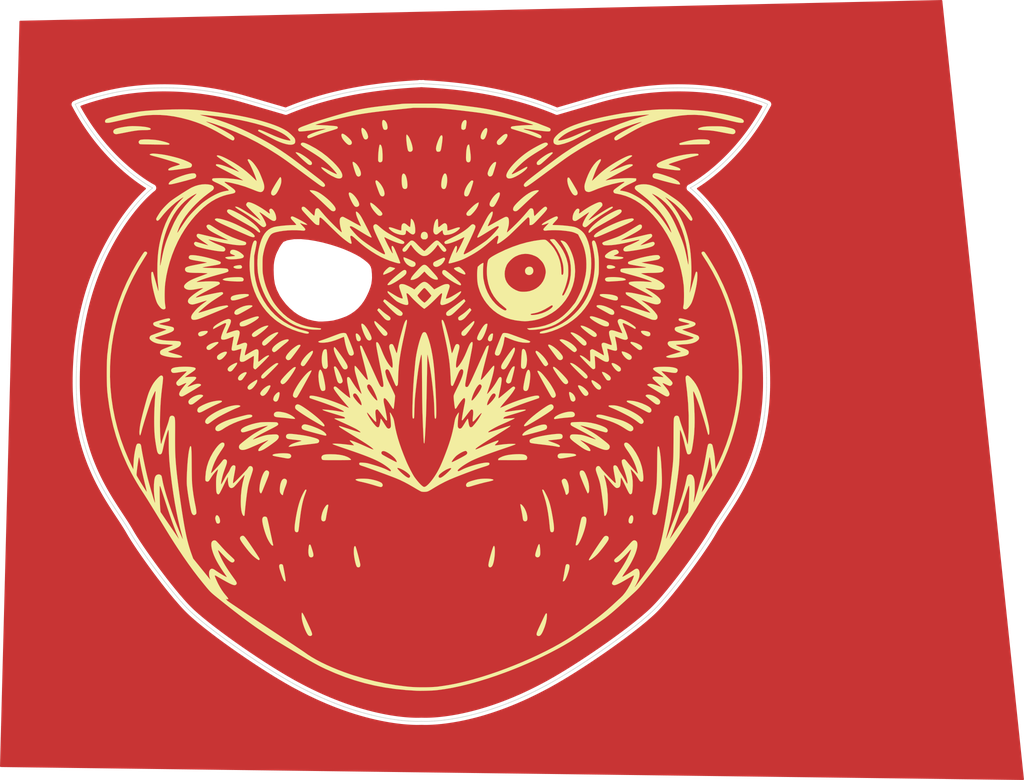
<source format=kicad_pcb>
(kicad_pcb (version 20171130) (host pcbnew "(5.0.2-5-10.14)")
  (layers (0 F.Cu signal) (31 B.Cu signal) (34 B.Paste user) (35 F.Paste user) (36 B.SilkS user) (37 F.SilkS user) (38 B.Mask user) (39 F.Mask user) (44 Edge.Cuts user))
  (net 0 "")
  (module LOGO (layer F.Cu) (at 155.32354 47.48784)
    (fp_text reference G*** hide)
    (fp_text value LOGO hide)
  )
  (module LOGO (layer F.Cu) (at 155.32354 47.48784)
    (fp_text reference G*** hide)
    (fp_text value LOGO hide)
  )
  (module LOGO (layer F.Cu) (at 155.32354 47.48784)
    (fp_text reference G*** hide)
    (fp_text value LOGO hide)
  )
  (gr_line (start 111.40652 45.10219) (end 111.40652 45.12919) (layer Edge.Cuts) (width 0.1))
  (gr_line (start 111.40652 45.12919) (end 111.21113 45.13819) (layer Edge.Cuts) (width 0.1))
  (gr_line (start 111.21113 45.13819) (end 110.46841 45.18029) (layer Edge.Cuts) (width 0.1))
  (gr_line (start 110.46841 45.18029) (end 109.73055 45.22779) (layer Edge.Cuts) (width 0.1))
  (gr_line (start 109.73055 45.22779) (end 108.99809 45.28119) (layer Edge.Cuts) (width 0.1))
  (gr_line (start 108.99809 45.28119) (end 108.27102 45.33999) (layer Edge.Cuts) (width 0.1))
  (gr_line (start 108.27102 45.33999) (end 107.54881 45.40479) (layer Edge.Cuts) (width 0.1))
  (gr_line (start 107.54881 45.40479) (end 106.832 45.47599) (layer Edge.Cuts) (width 0.1))
  (gr_line (start 106.832 45.47599) (end 106.12005 45.55269) (layer Edge.Cuts) (width 0.1))
  (gr_line (start 106.12005 45.55269) (end 105.41349 45.63579) (layer Edge.Cuts) (width 0.1))
  (gr_line (start 105.41349 45.63579) (end 104.71179 45.72539) (layer Edge.Cuts) (width 0.1))
  (gr_line (start 104.71179 45.72539) (end 104.01496 45.82089) (layer Edge.Cuts) (width 0.1))
  (gr_line (start 104.01496 45.82089) (end 103.32298 45.9229) (layer Edge.Cuts) (width 0.1))
  (gr_line (start 103.32298 45.9229) (end 102.63585 46.0314) (layer Edge.Cuts) (width 0.1))
  (gr_line (start 102.63585 46.0314) (end 101.95358 46.14637) (layer Edge.Cuts) (width 0.1))
  (gr_line (start 101.95358 46.14637) (end 101.27671 46.26835) (layer Edge.Cuts) (width 0.1))
  (gr_line (start 101.27671 46.26835) (end 100.60417 46.39682) (layer Edge.Cuts) (width 0.1))
  (gr_line (start 100.60417 46.39682) (end 99.93594 46.53176) (layer Edge.Cuts) (width 0.1))
  (gr_line (start 99.93594 46.53176) (end 99.2731 46.67426) (layer Edge.Cuts) (width 0.1))
  (gr_line (start 99.2731 46.67426) (end 98.61459 46.82378) (layer Edge.Cuts) (width 0.1))
  (gr_line (start 98.61459 46.82378) (end 97.96093 46.97977) (layer Edge.Cuts) (width 0.1))
  (gr_line (start 97.96093 46.97977) (end 97.31159 47.14332) (layer Edge.Cuts) (width 0.1))
  (gr_line (start 97.31159 47.14332) (end 96.66657 47.31443) (layer Edge.Cuts) (width 0.1))
  (gr_line (start 96.66657 47.31443) (end 96.0264 47.49255) (layer Edge.Cuts) (width 0.1))
  (gr_line (start 96.0264 47.49255) (end 95.39056 47.67823) (layer Edge.Cuts) (width 0.1))
  (gr_line (start 95.39056 47.67823) (end 94.75957 47.87146) (layer Edge.Cuts) (width 0.1))
  (gr_line (start 94.75957 47.87146) (end 94.13236 48.07225) (layer Edge.Cuts) (width 0.1))
  (gr_line (start 94.13236 48.07225) (end 93.51001 48.28061) (layer Edge.Cuts) (width 0.1))
  (gr_line (start 93.51001 48.28061) (end 92.89143 48.49705) (layer Edge.Cuts) (width 0.1))
  (gr_line (start 92.89143 48.49705) (end 92.27718 48.7216) (layer Edge.Cuts) (width 0.1))
  (gr_line (start 92.27718 48.7216) (end 91.66778 48.9537) (layer Edge.Cuts) (width 0.1))
  (gr_line (start 91.66778 48.9537) (end 91.06216 49.19389) (layer Edge.Cuts) (width 0.1))
  (gr_line (start 91.06216 49.19389) (end 90.46033 49.44219) (layer Edge.Cuts) (width 0.1))
  (gr_line (start 90.46033 49.44219) (end 83.94965 47.54328) (layer Edge.Cuts) (width 0.1))
  (gr_line (start 83.94965 47.54328) (end 83.34025 47.3711) (layer Edge.Cuts) (width 0.1))
  (gr_line (start 83.34025 47.3711) (end 82.72816 47.20809) (layer Edge.Cuts) (width 0.1))
  (gr_line (start 82.72816 47.20809) (end 82.11444 47.05426) (layer Edge.Cuts) (width 0.1))
  (gr_line (start 82.11444 47.05426) (end 81.49911 46.90906) (layer Edge.Cuts) (width 0.1))
  (gr_line (start 81.49911 46.90906) (end 80.88162 46.77304) (layer Edge.Cuts) (width 0.1))
  (gr_line (start 80.88162 46.77304) (end 80.26358 46.64565) (layer Edge.Cuts) (width 0.1))
  (gr_line (start 80.26358 46.64565) (end 79.64447 46.52744) (layer Edge.Cuts) (width 0.1))
  (gr_line (start 79.64447 46.52744) (end 79.02428 46.41787) (layer Edge.Cuts) (width 0.1))
  (gr_line (start 79.02428 46.41787) (end 78.40409 46.31748) (layer Edge.Cuts) (width 0.1))
  (gr_line (start 78.40409 46.31748) (end 77.7839 46.22518) (layer Edge.Cuts) (width 0.1))
  (gr_line (start 77.7839 46.22518) (end 77.1637 46.14208) (layer Edge.Cuts) (width 0.1))
  (gr_line (start 77.1637 46.14208) (end 76.54405 46.06708) (layer Edge.Cuts) (width 0.1))
  (gr_line (start 76.54405 46.06708) (end 75.92493 46.00118) (layer Edge.Cuts) (width 0.1))
  (gr_line (start 75.92493 46.00118) (end 75.3069 45.94348) (layer Edge.Cuts) (width 0.1))
  (gr_line (start 75.3069 45.94348) (end 74.68995 45.89488) (layer Edge.Cuts) (width 0.1))
  (gr_line (start 74.68995 45.89488) (end 74.07461 45.85388) (layer Edge.Cuts) (width 0.1))
  (gr_line (start 74.07461 45.85388) (end 73.4609 45.82208) (layer Edge.Cuts) (width 0.1))
  (gr_line (start 73.4609 45.82208) (end 72.84934 45.79828) (layer Edge.Cuts) (width 0.1))
  (gr_line (start 72.84934 45.79828) (end 72.24049 45.78318) (layer Edge.Cuts) (width 0.1))
  (gr_line (start 72.24049 45.78318) (end 71.63379 45.77518) (layer Edge.Cuts) (width 0.1))
  (gr_line (start 71.63379 45.77518) (end 71.02979 45.77613) (layer Edge.Cuts) (width 0.1))
  (gr_line (start 71.02979 45.77613) (end 70.42957 45.78613) (layer Edge.Cuts) (width 0.1))
  (gr_line (start 70.42957 45.78613) (end 69.83205 45.80333) (layer Edge.Cuts) (width 0.1))
  (gr_line (start 69.83205 45.80333) (end 69.23884 45.82923) (layer Edge.Cuts) (width 0.1))
  (gr_line (start 69.23884 45.82923) (end 68.64887 45.86323) (layer Edge.Cuts) (width 0.1))
  (gr_line (start 68.64887 45.86323) (end 68.06377 45.90473) (layer Edge.Cuts) (width 0.1))
  (gr_line (start 68.06377 45.90473) (end 67.48298 45.95443) (layer Edge.Cuts) (width 0.1))
  (gr_line (start 67.48298 45.95443) (end 66.90651 46.01213) (layer Edge.Cuts) (width 0.1))
  (gr_line (start 66.90651 46.01213) (end 66.33543 46.07803) (layer Edge.Cuts) (width 0.1))
  (gr_line (start 66.33543 46.07803) (end 65.76975 46.15143) (layer Edge.Cuts) (width 0.1))
  (gr_line (start 65.76975 46.15143) (end 65.20948 46.23293) (layer Edge.Cuts) (width 0.1))
  (gr_line (start 65.20948 46.23293) (end 64.65514 46.32203) (layer Edge.Cuts) (width 0.1))
  (gr_line (start 64.65514 46.32203) (end 63.94103 46.45427) (layer Edge.Cuts) (width 0.1))
  (gr_line (start 63.94103 46.45427) (end 63.25012 46.59569) (layer Edge.Cuts) (width 0.1))
  (gr_line (start 63.25012 46.59569) (end 62.58513 46.74413) (layer Edge.Cuts) (width 0.1))
  (gr_line (start 62.58513 46.74413) (end 61.94875 46.89742) (layer Edge.Cuts) (width 0.1))
  (gr_line (start 61.94875 46.89742) (end 61.34313 47.05341) (layer Edge.Cuts) (width 0.1))
  (gr_line (start 61.34313 47.05341) (end 60.77097 47.21049) (layer Edge.Cuts) (width 0.1))
  (gr_line (start 60.77097 47.21049) (end 60.23499 47.3654) (layer Edge.Cuts) (width 0.1))
  (gr_line (start 60.23499 47.3654) (end 59.7384 47.51762) (layer Edge.Cuts) (width 0.1))
  (gr_line (start 59.7384 47.51762) (end 59.2823 47.66389) (layer Edge.Cuts) (width 0.1))
  (gr_line (start 59.2823 47.66389) (end 58.87046 47.80261) (layer Edge.Cuts) (width 0.1))
  (gr_line (start 58.87046 47.80261) (end 58.50503 47.93108) (layer Edge.Cuts) (width 0.1))
  (gr_line (start 58.50503 47.93108) (end 58.18873 48.0482) (layer Edge.Cuts) (width 0.1))
  (gr_line (start 58.18873 48.0482) (end 57.92424 48.1513) (layer Edge.Cuts) (width 0.1))
  (gr_line (start 57.92424 48.1513) (end 57.71373 48.2387) (layer Edge.Cuts) (width 0.1))
  (gr_line (start 57.71373 48.2387) (end 57.56044 48.3078) (layer Edge.Cuts) (width 0.1))
  (gr_line (start 57.56044 48.3078) (end 57.46594 48.3569) (layer Edge.Cuts) (width 0.1))
  (gr_line (start 57.46594 48.3569) (end 57.69966 48.79411) (layer Edge.Cuts) (width 0.1))
  (gr_line (start 57.69966 48.79411) (end 57.93661 49.22376) (layer Edge.Cuts) (width 0.1))
  (gr_line (start 57.93661 49.22376) (end 58.17627 49.64479) (layer Edge.Cuts) (width 0.1))
  (gr_line (start 58.17627 49.64479) (end 58.41863 50.05717) (layer Edge.Cuts) (width 0.1))
  (gr_line (start 58.41863 50.05717) (end 58.66314 50.46145) (layer Edge.Cuts) (width 0.1))
  (gr_line (start 58.66314 50.46145) (end 58.90981 50.85764) (layer Edge.Cuts) (width 0.1))
  (gr_line (start 58.90981 50.85764) (end 59.15864 51.24573) (layer Edge.Cuts) (width 0.1))
  (gr_line (start 59.15864 51.24573) (end 59.4091 51.62573) (layer Edge.Cuts) (width 0.1))
  (gr_line (start 59.4091 51.62573) (end 59.66117 51.99763) (layer Edge.Cuts) (width 0.1))
  (gr_line (start 59.66117 51.99763) (end 59.91486 52.36143) (layer Edge.Cuts) (width 0.1))
  (gr_line (start 59.91486 52.36143) (end 60.42494 53.06529) (layer Edge.Cuts) (width 0.1))
  (gr_line (start 60.42494 53.06529) (end 60.93772 53.73784) (layer Edge.Cuts) (width 0.1))
  (gr_line (start 60.93772 53.73784) (end 61.45158 54.37908) (layer Edge.Cuts) (width 0.1))
  (gr_line (start 61.45158 54.37908) (end 61.96489 54.98956) (layer Edge.Cuts) (width 0.1))
  (gr_line (start 61.96489 54.98956) (end 62.47552 55.56981) (layer Edge.Cuts) (width 0.1))
  (gr_line (start 62.47552 55.56981) (end 62.98236 56.11983) (layer Edge.Cuts) (width 0.1))
  (gr_line (start 62.98236 56.11983) (end 63.48272 56.6407) (layer Edge.Cuts) (width 0.1))
  (gr_line (start 63.48272 56.6407) (end 63.97607 57.13243) (layer Edge.Cuts) (width 0.1))
  (gr_line (start 63.97607 57.13243) (end 64.4597 57.59556) (layer Edge.Cuts) (width 0.1))
  (gr_line (start 64.4597 57.59556) (end 64.93254 58.03007) (layer Edge.Cuts) (width 0.1))
  (gr_line (start 64.93254 58.03007) (end 65.39242 58.43651) (layer Edge.Cuts) (width 0.1))
  (gr_line (start 65.39242 58.43651) (end 65.83827 58.81543) (layer Edge.Cuts) (width 0.1))
  (gr_line (start 65.83827 58.81543) (end 66.26738 59.16682) (layer Edge.Cuts) (width 0.1))
  (gr_line (start 66.26738 59.16682) (end 66.67869 59.49175) (layer Edge.Cuts) (width 0.1))
  (gr_line (start 66.67869 59.49175) (end 67.07002 59.79025) (layer Edge.Cuts) (width 0.1))
  (gr_line (start 67.07002 59.79025) (end 67.44029 60.06229) (layer Edge.Cuts) (width 0.1))
  (gr_line (start 67.44029 60.06229) (end 67.78736 60.30896) (layer Edge.Cuts) (width 0.1))
  (gr_line (start 67.78736 60.30896) (end 68.10961 60.53027) (layer Edge.Cuts) (width 0.1))
  (gr_line (start 68.10961 60.53027) (end 68.4054 60.7262) (layer Edge.Cuts) (width 0.1))
  (gr_line (start 68.4054 60.7262) (end 68.91008 61.04575) (layer Edge.Cuts) (width 0.1))
  (gr_line (start 68.91008 61.04575) (end 69.28738 61.27029) (layer Edge.Cuts) (width 0.1))
  (gr_line (start 69.28738 61.27029) (end 69.5238 61.40253) (layer Edge.Cuts) (width 0.1))
  (gr_line (start 69.5238 61.40253) (end 69.6058 61.44573) (layer Edge.Cuts) (width 0.1))
  (gr_line (start 69.6058 61.44573) (end 69.44009 61.57582) (layer Edge.Cuts) (width 0.1))
  (gr_line (start 69.44009 61.57582) (end 69.24146 61.74207) (layer Edge.Cuts) (width 0.1))
  (gr_line (start 69.24146 61.74207) (end 68.9732 61.97794) (layer Edge.Cuts) (width 0.1))
  (gr_line (start 68.9732 61.97794) (end 68.6407 62.28615) (layer Edge.Cuts) (width 0.1))
  (gr_line (start 68.6407 62.28615) (end 68.24937 62.66885) (layer Edge.Cuts) (width 0.1))
  (gr_line (start 68.24937 62.66885) (end 67.80514 63.12873) (layer Edge.Cuts) (width 0.1))
  (gr_line (start 67.80514 63.12873) (end 67.31395 63.66687) (layer Edge.Cuts) (width 0.1))
  (gr_line (start 67.31395 63.66687) (end 67.05216 63.96644) (layer Edge.Cuts) (width 0.1))
  (gr_line (start 67.05216 63.96644) (end 66.78066 64.28652) (layer Edge.Cuts) (width 0.1))
  (gr_line (start 66.78066 64.28652) (end 66.49998 64.62712) (layer Edge.Cuts) (width 0.1))
  (gr_line (start 66.49998 64.62712) (end 66.21121 64.9893) (layer Edge.Cuts) (width 0.1))
  (gr_line (start 66.21121 64.9893) (end 65.91487 65.37254) (layer Edge.Cuts) (width 0.1))
  (gr_line (start 65.91487 65.37254) (end 65.61152 65.77737) (layer Edge.Cuts) (width 0.1))
  (gr_line (start 65.61152 65.77737) (end 65.3017 66.20432) (layer Edge.Cuts) (width 0.1))
  (gr_line (start 65.3017 66.20432) (end 64.98648 66.6534) (layer Edge.Cuts) (width 0.1))
  (gr_line (start 64.98648 66.6534) (end 64.66639 67.12462) (layer Edge.Cuts) (width 0.1))
  (gr_line (start 64.66639 67.12462) (end 64.34199 67.61905) (layer Edge.Cuts) (width 0.1))
  (gr_line (start 64.34199 67.61905) (end 64.01435 68.13615) (layer Edge.Cuts) (width 0.1))
  (gr_line (start 64.01435 68.13615) (end 63.68401 68.67646) (layer Edge.Cuts) (width 0.1))
  (gr_line (start 63.68401 68.67646) (end 63.35152 69.24051) (layer Edge.Cuts) (width 0.1))
  (gr_line (start 63.35152 69.24051) (end 63.01794 69.82831) (layer Edge.Cuts) (width 0.1))
  (gr_line (start 63.01794 69.82831) (end 62.68329 70.43987) (layer Edge.Cuts) (width 0.1))
  (gr_line (start 62.68329 70.43987) (end 62.34917 71.07626) (layer Edge.Cuts) (width 0.1))
  (gr_line (start 62.34917 71.07626) (end 62.13272 71.50321) (layer Edge.Cuts) (width 0.1))
  (gr_line (start 62.13272 71.50321) (end 61.91574 71.94582) (layer Edge.Cuts) (width 0.1))
  (gr_line (start 61.91574 71.94582) (end 61.69875 72.40301) (layer Edge.Cuts) (width 0.1))
  (gr_line (start 61.69875 72.40301) (end 61.48285 72.8753) (layer Edge.Cuts) (width 0.1))
  (gr_line (start 61.48285 72.8753) (end 61.26748 73.36217) (layer Edge.Cuts) (width 0.1))
  (gr_line (start 61.26748 73.36217) (end 61.05427 73.86416) (layer Edge.Cuts) (width 0.1))
  (gr_line (start 61.05427 73.86416) (end 60.84268 74.38125) (layer Edge.Cuts) (width 0.1))
  (gr_line (start 60.84268 74.38125) (end 60.63379 74.91292) (layer Edge.Cuts) (width 0.1))
  (gr_line (start 60.63379 74.91292) (end 60.4276 75.45916) (layer Edge.Cuts) (width 0.1))
  (gr_line (start 60.4276 75.45916) (end 60.22519 76.02052) (layer Edge.Cuts) (width 0.1))
  (gr_line (start 60.22519 76.02052) (end 60.02656 76.59645) (layer Edge.Cuts) (width 0.1))
  (gr_line (start 60.02656 76.59645) (end 59.83278 77.1875) (layer Edge.Cuts) (width 0.1))
  (gr_line (start 59.83278 77.1875) (end 59.64386 77.79258) (layer Edge.Cuts) (width 0.1))
  (gr_line (start 59.64386 77.79258) (end 59.4598 78.41277) (layer Edge.Cuts) (width 0.1))
  (gr_line (start 59.4598 78.41277) (end 59.28222 79.04754) (layer Edge.Cuts) (width 0.1))
  (gr_line (start 59.28222 79.04754) (end 59.11111 79.69634) (layer Edge.Cuts) (width 0.1))
  (gr_line (start 59.11111 79.69634) (end 58.94648 80.36025) (layer Edge.Cuts) (width 0.1))
  (gr_line (start 58.94648 80.36025) (end 58.78941 81.0382) (layer Edge.Cuts) (width 0.1))
  (gr_line (start 58.78941 81.0382) (end 58.64043 81.73072) (layer Edge.Cuts) (width 0.1))
  (gr_line (start 58.64043 81.73072) (end 58.49955 82.43782) (layer Edge.Cuts) (width 0.1))
  (gr_line (start 58.49955 82.43782) (end 58.36731 83.15894) (layer Edge.Cuts) (width 0.1))
  (gr_line (start 58.36731 83.15894) (end 58.24478 83.89465) (layer Edge.Cuts) (width 0.1))
  (gr_line (start 58.24478 83.89465) (end 58.13197 84.64493) (layer Edge.Cuts) (width 0.1))
  (gr_line (start 58.13197 84.64493) (end 58.02942 85.40923) (layer Edge.Cuts) (width 0.1))
  (gr_line (start 58.02942 85.40923) (end 57.93712 86.18758) (layer Edge.Cuts) (width 0.1))
  (gr_line (start 57.93712 86.18758) (end 57.85672 86.97995) (layer Edge.Cuts) (width 0.1))
  (gr_line (start 57.85672 86.97995) (end 57.78762 87.78691) (layer Edge.Cuts) (width 0.1))
  (gr_line (start 57.78762 87.78691) (end 57.73092 88.60789) (layer Edge.Cuts) (width 0.1))
  (gr_line (start 57.73092 88.60789) (end 57.68672 89.44291) (layer Edge.Cuts) (width 0.1))
  (gr_line (start 57.68672 89.44291) (end 57.65592 90.29251) (layer Edge.Cuts) (width 0.1))
  (gr_line (start 57.65592 90.29251) (end 57.63872 91.1556) (layer Edge.Cuts) (width 0.1))
  (gr_line (start 57.63872 91.1556) (end 57.63572 92.03272) (layer Edge.Cuts) (width 0.1))
  (gr_line (start 57.63572 92.03272) (end 57.64272 92.62646) (layer Edge.Cuts) (width 0.1))
  (gr_line (start 57.64272 92.62646) (end 57.65782 93.21049) (layer Edge.Cuts) (width 0.1))
  (gr_line (start 57.65782 93.21049) (end 57.68162 93.78534) (layer Edge.Cuts) (width 0.1))
  (gr_line (start 57.68162 93.78534) (end 57.71292 94.35048) (layer Edge.Cuts) (width 0.1))
  (gr_line (start 57.71292 94.35048) (end 57.75182 94.90644) (layer Edge.Cuts) (width 0.1))
  (gr_line (start 57.75182 94.90644) (end 57.79822 95.45322) (layer Edge.Cuts) (width 0.1))
  (gr_line (start 57.79822 95.45322) (end 57.85222 95.99083) (layer Edge.Cuts) (width 0.1))
  (gr_line (start 57.85222 95.99083) (end 57.91322 96.5198) (layer Edge.Cuts) (width 0.1))
  (gr_line (start 57.91322 96.5198) (end 57.98072 97.04014) (layer Edge.Cuts) (width 0.1))
  (gr_line (start 57.98072 97.04014) (end 58.05522 97.5513) (layer Edge.Cuts) (width 0.1))
  (gr_line (start 58.05522 97.5513) (end 58.13562 98.05382) (layer Edge.Cuts) (width 0.1))
  (gr_line (start 58.13562 98.05382) (end 58.22252 98.54825) (layer Edge.Cuts) (width 0.1))
  (gr_line (start 58.22252 98.54825) (end 58.31592 99.03404) (layer Edge.Cuts) (width 0.1))
  (gr_line (start 58.31592 99.03404) (end 58.41412 99.51173) (layer Edge.Cuts) (width 0.1))
  (gr_line (start 58.41412 99.51173) (end 58.51884 99.98079) (layer Edge.Cuts) (width 0.1))
  (gr_line (start 58.51884 99.98079) (end 58.62841 100.44229) (layer Edge.Cuts) (width 0.1))
  (gr_line (start 58.62841 100.44229) (end 58.74284 100.89569) (layer Edge.Cuts) (width 0.1))
  (gr_line (start 58.74284 100.89569) (end 58.86267 101.34154) (layer Edge.Cuts) (width 0.1))
  (gr_line (start 58.86267 101.34154) (end 58.98735 101.7793) (layer Edge.Cuts) (width 0.1))
  (gr_line (start 58.98735 101.7793) (end 59.11636 102.20949) (layer Edge.Cuts) (width 0.1))
  (gr_line (start 59.11636 102.20949) (end 59.24914 102.63212) (layer Edge.Cuts) (width 0.1))
  (gr_line (start 59.24914 102.63212) (end 59.38679 103.04775) (layer Edge.Cuts) (width 0.1))
  (gr_line (start 59.38679 103.04775) (end 59.52766 103.45581) (layer Edge.Cuts) (width 0.1))
  (gr_line (start 59.52766 103.45581) (end 59.67286 103.85685) (layer Edge.Cuts) (width 0.1))
  (gr_line (start 59.67286 103.85685) (end 59.82129 104.25089) (layer Edge.Cuts) (width 0.1))
  (gr_line (start 59.82129 104.25089) (end 59.97243 104.63736) (layer Edge.Cuts) (width 0.1))
  (gr_line (start 59.97243 104.63736) (end 60.28496 105.39142) (layer Edge.Cuts) (width 0.1))
  (gr_line (start 60.28496 105.39142) (end 60.6072 106.11848) (layer Edge.Cuts) (width 0.1))
  (gr_line (start 60.6072 106.11848) (end 60.93861 106.81964) (layer Edge.Cuts) (width 0.1))
  (gr_line (start 60.93861 106.81964) (end 61.27651 107.49651) (layer Edge.Cuts) (width 0.1))
  (gr_line (start 61.27651 107.49651) (end 61.62034 108.15016) (layer Edge.Cuts) (width 0.1))
  (gr_line (start 61.62034 108.15016) (end 61.96741 108.78007) (layer Edge.Cuts) (width 0.1))
  (gr_line (start 61.96741 108.78007) (end 62.31664 109.38839) (layer Edge.Cuts) (width 0.1))
  (gr_line (start 62.31664 109.38839) (end 62.66641 109.97565) (layer Edge.Cuts) (width 0.1))
  (gr_line (start 62.66641 109.97565) (end 63.01456 110.54241) (layer Edge.Cuts) (width 0.1))
  (gr_line (start 63.01456 110.54241) (end 63.35947 111.09027) (layer Edge.Cuts) (width 0.1))
  (gr_line (start 63.35947 111.09027) (end 63.69952 111.61924) (layer Edge.Cuts) (width 0.1))
  (gr_line (start 63.69952 111.61924) (end 64.35858 112.62591) (layer Edge.Cuts) (width 0.1))
  (gr_line (start 64.35858 112.62591) (end 64.97823 113.56888) (layer Edge.Cuts) (width 0.1))
  (gr_line (start 64.97823 113.56888) (end 65.26916 114.01905) (layer Edge.Cuts) (width 0.1))
  (gr_line (start 65.26916 114.01905) (end 65.54499 114.45626) (layer Edge.Cuts) (width 0.1))
  (gr_line (start 65.54499 114.45626) (end 65.80461 114.88106) (layer Edge.Cuts) (width 0.1))
  (gr_line (start 65.80461 114.88106) (end 66.04535 115.29452) (layer Edge.Cuts) (width 0.1))
  (gr_line (start 66.04535 115.29452) (end 66.35086 115.81324) (layer Edge.Cuts) (width 0.1))
  (gr_line (start 66.35086 115.81324) (end 66.72978 116.41994) (layer Edge.Cuts) (width 0.1))
  (gr_line (start 66.72978 116.41994) (end 67.174 117.10274) (layer Edge.Cuts) (width 0.1))
  (gr_line (start 67.174 117.10274) (end 67.67491 117.84978) (layer Edge.Cuts) (width 0.1))
  (gr_line (start 67.67491 117.84978) (end 68.22493 118.64864) (layer Edge.Cuts) (width 0.1))
  (gr_line (start 68.22493 118.64864) (end 68.81597 119.48743) (layer Edge.Cuts) (width 0.1))
  (gr_line (start 68.81597 119.48743) (end 69.43941 120.35484) (layer Edge.Cuts) (width 0.1))
  (gr_line (start 69.43941 120.35484) (end 70.08821 121.23735) (layer Edge.Cuts) (width 0.1))
  (gr_line (start 70.08821 121.23735) (end 70.7532 122.12419) (layer Edge.Cuts) (width 0.1))
  (gr_line (start 70.7532 122.12419) (end 71.42683 123.00347) (layer Edge.Cuts) (width 0.1))
  (gr_line (start 71.42683 123.00347) (end 72.10154 123.86225) (layer Edge.Cuts) (width 0.1))
  (gr_line (start 72.10154 123.86225) (end 72.76869 124.68863) (layer Edge.Cuts) (width 0.1))
  (gr_line (start 72.76869 124.68863) (end 73.42019 125.47129) (layer Edge.Cuts) (width 0.1))
  (gr_line (start 73.42019 125.47129) (end 74.04794 126.19782) (layer Edge.Cuts) (width 0.1))
  (gr_line (start 74.04794 126.19782) (end 74.35075 126.53625) (layer Edge.Cuts) (width 0.1))
  (gr_line (start 74.35075 126.53625) (end 74.64438 126.85633) (layer Edge.Cuts) (width 0.1))
  (gr_line (start 74.64438 126.85633) (end 74.9283 127.1559) (layer Edge.Cuts) (width 0.1))
  (gr_line (start 74.9283 127.1559) (end 75.20088 127.43442) (layer Edge.Cuts) (width 0.1))
  (gr_line (start 75.20088 127.43442) (end 75.48264 127.70917) (layer Edge.Cuts) (width 0.1))
  (gr_line (start 75.48264 127.70917) (end 75.79192 127.99848) (layer Edge.Cuts) (width 0.1))
  (gr_line (start 75.79192 127.99848) (end 76.1282 128.30183) (layer Edge.Cuts) (width 0.1))
  (gr_line (start 76.1282 128.30183) (end 76.4893 128.61759) (layer Edge.Cuts) (width 0.1))
  (gr_line (start 76.4893 128.61759) (end 76.87469 128.94523) (layer Edge.Cuts) (width 0.1))
  (gr_line (start 76.87469 128.94523) (end 77.28168 129.28367) (layer Edge.Cuts) (width 0.1))
  (gr_line (start 77.28168 129.28367) (end 78.15773 129.98968) (layer Edge.Cuts) (width 0.1))
  (gr_line (start 78.15773 129.98968) (end 79.10556 130.72646) (layer Edge.Cuts) (width 0.1))
  (gr_line (start 79.10556 130.72646) (end 80.11384 131.48753) (layer Edge.Cuts) (width 0.1))
  (gr_line (start 80.11384 131.48753) (end 81.17125 132.2648) (layer Edge.Cuts) (width 0.1))
  (gr_line (start 81.17125 132.2648) (end 82.26643 133.04962) (layer Edge.Cuts) (width 0.1))
  (gr_line (start 82.26643 133.04962) (end 83.38753 133.83552) (layer Edge.Cuts) (width 0.1))
  (gr_line (start 83.38753 133.83552) (end 84.52319 134.61387) (layer Edge.Cuts) (width 0.1))
  (gr_line (start 84.52319 134.61387) (end 85.66211 135.37656) (layer Edge.Cuts) (width 0.1))
  (gr_line (start 85.66211 135.37656) (end 86.79292 136.11712) (layer Edge.Cuts) (width 0.1))
  (gr_line (start 86.79292 136.11712) (end 87.90376 136.82637) (layer Edge.Cuts) (width 0.1))
  (gr_line (start 87.90376 136.82637) (end 88.9833 137.4973) (layer Edge.Cuts) (width 0.1))
  (gr_line (start 88.9833 137.4973) (end 90.02019 138.12181) (layer Edge.Cuts) (width 0.1))
  (gr_line (start 90.02019 138.12181) (end 91.0031 138.69234) (layer Edge.Cuts) (width 0.1))
  (gr_line (start 91.0031 138.69234) (end 91.58173 139.01729) (layer Edge.Cuts) (width 0.1))
  (gr_line (start 91.58173 139.01729) (end 92.15497 139.33089) (layer Edge.Cuts) (width 0.1))
  (gr_line (start 92.15497 139.33089) (end 92.72226 139.63316) (layer Edge.Cuts) (width 0.1))
  (gr_line (start 92.72226 139.63316) (end 93.28362 139.92517) (layer Edge.Cuts) (width 0.1))
  (gr_line (start 93.28362 139.92517) (end 93.8385 140.20585) (layer Edge.Cuts) (width 0.1))
  (gr_line (start 93.8385 140.20585) (end 94.38744 140.47574) (layer Edge.Cuts) (width 0.1))
  (gr_line (start 94.38744 140.47574) (end 94.93045 140.73591) (layer Edge.Cuts) (width 0.1))
  (gr_line (start 94.93045 140.73591) (end 95.46644 140.98582) (layer Edge.Cuts) (width 0.1))
  (gr_line (start 95.46644 140.98582) (end 95.99649 141.22547) (layer Edge.Cuts) (width 0.1))
  (gr_line (start 95.99649 141.22547) (end 96.51952 141.45541) (layer Edge.Cuts) (width 0.1))
  (gr_line (start 96.51952 141.45541) (end 97.03608 141.67618) (layer Edge.Cuts) (width 0.1))
  (gr_line (start 97.03608 141.67618) (end 97.54562 141.88723) (layer Edge.Cuts) (width 0.1))
  (gr_line (start 97.54562 141.88723) (end 98.04815 142.08964) (layer Edge.Cuts) (width 0.1))
  (gr_line (start 98.04815 142.08964) (end 98.54365 142.28287) (layer Edge.Cuts) (width 0.1))
  (gr_line (start 98.54365 142.28287) (end 99.03214 142.46694) (layer Edge.Cuts) (width 0.1))
  (gr_line (start 99.03214 142.46694) (end 99.51307 142.6429) (layer Edge.Cuts) (width 0.1))
  (gr_line (start 99.51307 142.6429) (end 100.45335 142.97) (layer Edge.Cuts) (width 0.1))
  (gr_line (start 100.45335 142.97) (end 101.36285 143.26526) (layer Edge.Cuts) (width 0.1))
  (gr_line (start 101.36285 143.26526) (end 102.24106 143.52974) (layer Edge.Cuts) (width 0.1))
  (gr_line (start 102.24106 143.52974) (end 103.08741 143.76616) (layer Edge.Cuts) (width 0.1))
  (gr_line (start 103.08741 143.76616) (end 103.90084 143.97559) (layer Edge.Cuts) (width 0.1))
  (gr_line (start 103.90084 143.97559) (end 104.6808 144.15965) (layer Edge.Cuts) (width 0.1))
  (gr_line (start 104.6808 144.15965) (end 105.42568 144.31942) (layer Edge.Cuts) (width 0.1))
  (gr_line (start 105.42568 144.31942) (end 106.13494 144.45706) (layer Edge.Cuts) (width 0.1))
  (gr_line (start 106.13494 144.45706) (end 106.80803 144.57419) (layer Edge.Cuts) (width 0.1))
  (gr_line (start 106.80803 144.57419) (end 107.44441 144.67239) (layer Edge.Cuts) (width 0.1))
  (gr_line (start 107.44441 144.67239) (end 108.04193 144.75279) (layer Edge.Cuts) (width 0.1))
  (gr_line (start 108.04193 144.75279) (end 108.60113 144.81759) (layer Edge.Cuts) (width 0.1))
  (gr_line (start 108.60113 144.81759) (end 109.11984 144.86779) (layer Edge.Cuts) (width 0.1))
  (gr_line (start 109.11984 144.86779) (end 109.59862 144.90559) (layer Edge.Cuts) (width 0.1))
  (gr_line (start 109.59862 144.90559) (end 110.03529 144.93209) (layer Edge.Cuts) (width 0.1))
  (gr_line (start 110.03529 144.93209) (end 110.42986 144.94889) (layer Edge.Cuts) (width 0.1))
  (gr_line (start 110.42986 144.94889) (end 110.78125 144.95789) (layer Edge.Cuts) (width 0.1))
  (gr_line (start 110.78125 144.95789) (end 111.08892 144.96089) (layer Edge.Cuts) (width 0.1))
  (gr_line (start 111.08892 144.96089) (end 111.56769 144.95289) (layer Edge.Cuts) (width 0.1))
  (gr_line (start 111.56769 144.95289) (end 111.68266 144.94789) (layer Edge.Cuts) (width 0.1))
  (gr_line (start 111.68266 144.94789) (end 111.79763 144.95289) (layer Edge.Cuts) (width 0.1))
  (gr_line (start 111.79763 144.95289) (end 112.27694 144.96089) (layer Edge.Cuts) (width 0.1))
  (gr_line (start 112.27694 144.96089) (end 112.58407 144.95789) (layer Edge.Cuts) (width 0.1))
  (gr_line (start 112.58407 144.95789) (end 112.93546 144.94889) (layer Edge.Cuts) (width 0.1))
  (gr_line (start 112.93546 144.94889) (end 113.33003 144.93209) (layer Edge.Cuts) (width 0.1))
  (gr_line (start 113.33003 144.93209) (end 113.7667 144.90559) (layer Edge.Cuts) (width 0.1))
  (gr_line (start 113.7667 144.90559) (end 114.24547 144.86779) (layer Edge.Cuts) (width 0.1))
  (gr_line (start 114.24547 144.86779) (end 114.76473 144.81759) (layer Edge.Cuts) (width 0.1))
  (gr_line (start 114.76473 144.81759) (end 115.32339 144.75279) (layer Edge.Cuts) (width 0.1))
  (gr_line (start 115.32339 144.75279) (end 115.92145 144.67239) (layer Edge.Cuts) (width 0.1))
  (gr_line (start 115.92145 144.67239) (end 116.5573 144.57419) (layer Edge.Cuts) (width 0.1))
  (gr_line (start 116.5573 144.57419) (end 117.23039 144.45706) (layer Edge.Cuts) (width 0.1))
  (gr_line (start 117.23039 144.45706) (end 117.93964 144.31942) (layer Edge.Cuts) (width 0.1))
  (gr_line (start 117.93964 144.31942) (end 118.68452 144.15965) (layer Edge.Cuts) (width 0.1))
  (gr_line (start 118.68452 144.15965) (end 119.46448 143.97559) (layer Edge.Cuts) (width 0.1))
  (gr_line (start 119.46448 143.97559) (end 120.27791 143.76616) (layer Edge.Cuts) (width 0.1))
  (gr_line (start 120.27791 143.76616) (end 121.12427 143.52974) (layer Edge.Cuts) (width 0.1))
  (gr_line (start 121.12427 143.52974) (end 122.00247 143.26526) (layer Edge.Cuts) (width 0.1))
  (gr_line (start 122.00247 143.26526) (end 122.91198 142.97) (layer Edge.Cuts) (width 0.1))
  (gr_line (start 122.91198 142.97) (end 123.85225 142.6429) (layer Edge.Cuts) (width 0.1))
  (gr_line (start 123.85225 142.6429) (end 124.33318 142.46694) (layer Edge.Cuts) (width 0.1))
  (gr_line (start 124.33318 142.46694) (end 124.82167 142.28287) (layer Edge.Cuts) (width 0.1))
  (gr_line (start 124.82167 142.28287) (end 125.31718 142.08964) (layer Edge.Cuts) (width 0.1))
  (gr_line (start 125.31718 142.08964) (end 125.8197 141.88723) (layer Edge.Cuts) (width 0.1))
  (gr_line (start 125.8197 141.88723) (end 126.32924 141.67618) (layer Edge.Cuts) (width 0.1))
  (gr_line (start 126.32924 141.67618) (end 126.8458 141.45541) (layer Edge.Cuts) (width 0.1))
  (gr_line (start 126.8458 141.45541) (end 127.36883 141.22547) (layer Edge.Cuts) (width 0.1))
  (gr_line (start 127.36883 141.22547) (end 127.89889 140.98582) (layer Edge.Cuts) (width 0.1))
  (gr_line (start 127.89889 140.98582) (end 128.43487 140.73591) (layer Edge.Cuts) (width 0.1))
  (gr_line (start 128.43487 140.73591) (end 128.97788 140.47574) (layer Edge.Cuts) (width 0.1))
  (gr_line (start 128.97788 140.47574) (end 129.52682 140.20585) (layer Edge.Cuts) (width 0.1))
  (gr_line (start 129.52682 140.20585) (end 130.08171 139.92517) (layer Edge.Cuts) (width 0.1))
  (gr_line (start 130.08171 139.92517) (end 130.64306 139.63316) (layer Edge.Cuts) (width 0.1))
  (gr_line (start 130.64306 139.63316) (end 131.21036 139.33089) (layer Edge.Cuts) (width 0.1))
  (gr_line (start 131.21036 139.33089) (end 131.78359 139.01729) (layer Edge.Cuts) (width 0.1))
  (gr_line (start 131.78359 139.01729) (end 132.36276 138.69234) (layer Edge.Cuts) (width 0.1))
  (gr_line (start 132.36276 138.69234) (end 133.34513 138.12181) (layer Edge.Cuts) (width 0.1))
  (gr_line (start 133.34513 138.12181) (end 134.38203 137.4973) (layer Edge.Cuts) (width 0.1))
  (gr_line (start 134.38203 137.4973) (end 135.46156 136.82637) (layer Edge.Cuts) (width 0.1))
  (gr_line (start 135.46156 136.82637) (end 136.5724 136.11712) (layer Edge.Cuts) (width 0.1))
  (gr_line (start 136.5724 136.11712) (end 137.70322 135.37656) (layer Edge.Cuts) (width 0.1))
  (gr_line (start 137.70322 135.37656) (end 138.84212 134.61387) (layer Edge.Cuts) (width 0.1))
  (gr_line (start 138.84212 134.61387) (end 139.97779 133.83552) (layer Edge.Cuts) (width 0.1))
  (gr_line (start 139.97779 133.83552) (end 141.09889 133.04962) (layer Edge.Cuts) (width 0.1))
  (gr_line (start 141.09889 133.04962) (end 142.19408 132.2648) (layer Edge.Cuts) (width 0.1))
  (gr_line (start 142.19408 132.2648) (end 143.25148 131.48753) (layer Edge.Cuts) (width 0.1))
  (gr_line (start 143.25148 131.48753) (end 144.25976 130.72646) (layer Edge.Cuts) (width 0.1))
  (gr_line (start 144.25976 130.72646) (end 145.2076 129.98968) (layer Edge.Cuts) (width 0.1))
  (gr_line (start 145.2076 129.98968) (end 146.08364 129.28367) (layer Edge.Cuts) (width 0.1))
  (gr_line (start 146.08364 129.28367) (end 146.49062 128.94523) (layer Edge.Cuts) (width 0.1))
  (gr_line (start 146.49062 128.94523) (end 146.87602 128.61759) (layer Edge.Cuts) (width 0.1))
  (gr_line (start 146.87602 128.61759) (end 147.23712 128.30183) (layer Edge.Cuts) (width 0.1))
  (gr_line (start 147.23712 128.30183) (end 147.5734 127.99848) (layer Edge.Cuts) (width 0.1))
  (gr_line (start 147.5734 127.99848) (end 147.88322 127.70917) (layer Edge.Cuts) (width 0.1))
  (gr_line (start 147.88322 127.70917) (end 148.16444 127.43442) (layer Edge.Cuts) (width 0.1))
  (gr_line (start 148.16444 127.43442) (end 148.43756 127.1559) (layer Edge.Cuts) (width 0.1))
  (gr_line (start 148.43756 127.1559) (end 148.72094 126.85633) (layer Edge.Cuts) (width 0.1))
  (gr_line (start 148.72094 126.85633) (end 149.01457 126.53625) (layer Edge.Cuts) (width 0.1))
  (gr_line (start 149.01457 126.53625) (end 149.31738 126.19782) (layer Edge.Cuts) (width 0.1))
  (gr_line (start 149.31738 126.19782) (end 149.94514 125.47129) (layer Edge.Cuts) (width 0.1))
  (gr_line (start 149.94514 125.47129) (end 150.59663 124.68863) (layer Edge.Cuts) (width 0.1))
  (gr_line (start 150.59663 124.68863) (end 151.26378 123.86225) (layer Edge.Cuts) (width 0.1))
  (gr_line (start 151.26378 123.86225) (end 151.9385 123.00347) (layer Edge.Cuts) (width 0.1))
  (gr_line (start 151.9385 123.00347) (end 152.61212 122.12419) (layer Edge.Cuts) (width 0.1))
  (gr_line (start 152.61212 122.12419) (end 153.27766 121.23735) (layer Edge.Cuts) (width 0.1))
  (gr_line (start 153.27766 121.23735) (end 153.92591 120.35484) (layer Edge.Cuts) (width 0.1))
  (gr_line (start 153.92591 120.35484) (end 154.54989 119.48743) (layer Edge.Cuts) (width 0.1))
  (gr_line (start 154.54989 119.48743) (end 155.14039 118.64864) (layer Edge.Cuts) (width 0.1))
  (gr_line (start 155.14039 118.64864) (end 155.69042 117.84978) (layer Edge.Cuts) (width 0.1))
  (gr_line (start 155.69042 117.84978) (end 156.19132 117.10274) (layer Edge.Cuts) (width 0.1))
  (gr_line (start 156.19132 117.10274) (end 156.63555 116.41994) (layer Edge.Cuts) (width 0.1))
  (gr_line (start 156.63555 116.41994) (end 157.01446 115.81324) (layer Edge.Cuts) (width 0.1))
  (gr_line (start 157.01446 115.81324) (end 157.31997 115.29452) (layer Edge.Cuts) (width 0.1))
  (gr_line (start 157.31997 115.29452) (end 157.56125 114.88106) (layer Edge.Cuts) (width 0.1))
  (gr_line (start 157.56125 114.88106) (end 157.82034 114.45626) (layer Edge.Cuts) (width 0.1))
  (gr_line (start 157.82034 114.45626) (end 158.09615 114.01905) (layer Edge.Cuts) (width 0.1))
  (gr_line (start 158.09615 114.01905) (end 158.38709 113.56888) (layer Edge.Cuts) (width 0.1))
  (gr_line (start 158.38709 113.56888) (end 159.00674 112.62591) (layer Edge.Cuts) (width 0.1))
  (gr_line (start 159.00674 112.62591) (end 159.6658 111.61924) (layer Edge.Cuts) (width 0.1))
  (gr_line (start 159.6658 111.61924) (end 160.00585 111.09027) (layer Edge.Cuts) (width 0.1))
  (gr_line (start 160.00585 111.09027) (end 160.3513 110.54241) (layer Edge.Cuts) (width 0.1))
  (gr_line (start 160.3513 110.54241) (end 160.69945 109.97565) (layer Edge.Cuts) (width 0.1))
  (gr_line (start 160.69945 109.97565) (end 161.04868 109.38839) (layer Edge.Cuts) (width 0.1))
  (gr_line (start 161.04868 109.38839) (end 161.39791 108.78007) (layer Edge.Cuts) (width 0.1))
  (gr_line (start 161.39791 108.78007) (end 161.74498 108.15016) (layer Edge.Cuts) (width 0.1))
  (gr_line (start 161.74498 108.15016) (end 162.08881 107.49651) (layer Edge.Cuts) (width 0.1))
  (gr_line (start 162.08881 107.49651) (end 162.42725 106.81964) (layer Edge.Cuts) (width 0.1))
  (gr_line (start 162.42725 106.81964) (end 162.75812 106.11848) (layer Edge.Cuts) (width 0.1))
  (gr_line (start 162.75812 106.11848) (end 163.08091 105.39142) (layer Edge.Cuts) (width 0.1))
  (gr_line (start 163.08091 105.39142) (end 163.39289 104.63736) (layer Edge.Cuts) (width 0.1))
  (gr_line (start 163.39289 104.63736) (end 163.54457 104.25089) (layer Edge.Cuts) (width 0.1))
  (gr_line (start 163.54457 104.25089) (end 163.69246 103.85685) (layer Edge.Cuts) (width 0.1))
  (gr_line (start 163.69246 103.85685) (end 163.83766 103.45581) (layer Edge.Cuts) (width 0.1))
  (gr_line (start 163.83766 103.45581) (end 163.97854 103.04775) (layer Edge.Cuts) (width 0.1))
  (gr_line (start 163.97854 103.04775) (end 164.11618 102.63212) (layer Edge.Cuts) (width 0.1))
  (gr_line (start 164.11618 102.63212) (end 164.2495 102.20949) (layer Edge.Cuts) (width 0.1))
  (gr_line (start 164.2495 102.20949) (end 164.3785 101.7793) (layer Edge.Cuts) (width 0.1))
  (gr_line (start 164.3785 101.7793) (end 164.50265 101.34154) (layer Edge.Cuts) (width 0.1))
  (gr_line (start 164.50265 101.34154) (end 164.62248 100.89569) (layer Edge.Cuts) (width 0.1))
  (gr_line (start 164.62248 100.89569) (end 164.73745 100.44229) (layer Edge.Cuts) (width 0.1))
  (gr_line (start 164.73745 100.44229) (end 164.84702 99.98079) (layer Edge.Cuts) (width 0.1))
  (gr_line (start 164.84702 99.98079) (end 164.9512 99.51173) (layer Edge.Cuts) (width 0.1))
  (gr_line (start 164.9512 99.51173) (end 165.05 99.03404) (layer Edge.Cuts) (width 0.1))
  (gr_line (start 165.05 99.03404) (end 165.1428 98.54825) (layer Edge.Cuts) (width 0.1))
  (gr_line (start 165.1428 98.54825) (end 165.2297 98.05382) (layer Edge.Cuts) (width 0.1))
  (gr_line (start 165.2297 98.05382) (end 165.3101 97.5513) (layer Edge.Cuts) (width 0.1))
  (gr_line (start 165.3101 97.5513) (end 165.3846 97.04014) (layer Edge.Cuts) (width 0.1))
  (gr_line (start 165.3846 97.04014) (end 165.4521 96.5198) (layer Edge.Cuts) (width 0.1))
  (gr_line (start 165.4521 96.5198) (end 165.5131 95.99083) (layer Edge.Cuts) (width 0.1))
  (gr_line (start 165.5131 95.99083) (end 165.5671 95.45322) (layer Edge.Cuts) (width 0.1))
  (gr_line (start 165.5671 95.45322) (end 165.6135 94.90644) (layer Edge.Cuts) (width 0.1))
  (gr_line (start 165.6135 94.90644) (end 165.6524 94.35048) (layer Edge.Cuts) (width 0.1))
  (gr_line (start 165.6524 94.35048) (end 165.6837 93.78534) (layer Edge.Cuts) (width 0.1))
  (gr_line (start 165.6837 93.78534) (end 165.7075 93.21049) (layer Edge.Cuts) (width 0.1))
  (gr_line (start 165.7075 93.21049) (end 165.7226 92.62646) (layer Edge.Cuts) (width 0.1))
  (gr_line (start 165.7226 92.62646) (end 165.7296 92.03272) (layer Edge.Cuts) (width 0.1))
  (gr_line (start 165.7296 92.03272) (end 165.7266 91.1556) (layer Edge.Cuts) (width 0.1))
  (gr_line (start 165.7266 91.1556) (end 165.7094 90.29251) (layer Edge.Cuts) (width 0.1))
  (gr_line (start 165.7094 90.29251) (end 165.6786 89.44291) (layer Edge.Cuts) (width 0.1))
  (gr_line (start 165.6786 89.44291) (end 165.6343 88.60789) (layer Edge.Cuts) (width 0.1))
  (gr_line (start 165.6343 88.60789) (end 165.5776 87.78691) (layer Edge.Cuts) (width 0.1))
  (gr_line (start 165.5776 87.78691) (end 165.5085 86.97995) (layer Edge.Cuts) (width 0.1))
  (gr_line (start 165.5085 86.97995) (end 165.4281 86.18758) (layer Edge.Cuts) (width 0.1))
  (gr_line (start 165.4281 86.18758) (end 165.3363 85.40923) (layer Edge.Cuts) (width 0.1))
  (gr_line (start 165.3363 85.40923) (end 165.2332 84.64493) (layer Edge.Cuts) (width 0.1))
  (gr_line (start 165.2332 84.64493) (end 165.1204 83.89465) (layer Edge.Cuts) (width 0.1))
  (gr_line (start 165.1204 83.89465) (end 164.99787 83.15894) (layer Edge.Cuts) (width 0.1))
  (gr_line (start 164.99787 83.15894) (end 164.86562 82.43782) (layer Edge.Cuts) (width 0.1))
  (gr_line (start 164.86562 82.43782) (end 164.72474 81.73072) (layer Edge.Cuts) (width 0.1))
  (gr_line (start 164.72474 81.73072) (end 164.57577 81.0382) (layer Edge.Cuts) (width 0.1))
  (gr_line (start 164.57577 81.0382) (end 164.41869 80.36025) (layer Edge.Cuts) (width 0.1))
  (gr_line (start 164.41869 80.36025) (end 164.25407 79.69634) (layer Edge.Cuts) (width 0.1))
  (gr_line (start 164.25407 79.69634) (end 164.08296 79.04754) (layer Edge.Cuts) (width 0.1))
  (gr_line (start 164.08296 79.04754) (end 163.90538 78.41277) (layer Edge.Cuts) (width 0.1))
  (gr_line (start 163.90538 78.41277) (end 163.72186 77.79258) (layer Edge.Cuts) (width 0.1))
  (gr_line (start 163.72186 77.79258) (end 163.5324 77.1875) (layer Edge.Cuts) (width 0.1))
  (gr_line (start 163.5324 77.1875) (end 163.33862 76.59645) (layer Edge.Cuts) (width 0.1))
  (gr_line (start 163.33862 76.59645) (end 163.13999 76.02052) (layer Edge.Cuts) (width 0.1))
  (gr_line (start 163.13999 76.02052) (end 162.93758 75.45916) (layer Edge.Cuts) (width 0.1))
  (gr_line (start 162.93758 75.45916) (end 162.73192 74.91292) (layer Edge.Cuts) (width 0.1))
  (gr_line (start 162.73192 74.91292) (end 162.52249 74.38125) (layer Edge.Cuts) (width 0.1))
  (gr_line (start 162.52249 74.38125) (end 162.31144 73.86416) (layer Edge.Cuts) (width 0.1))
  (gr_line (start 162.31144 73.86416) (end 162.0977 73.36217) (layer Edge.Cuts) (width 0.1))
  (gr_line (start 162.0977 73.36217) (end 161.88233 72.8753) (layer Edge.Cuts) (width 0.1))
  (gr_line (start 161.88233 72.8753) (end 161.66643 72.40301) (layer Edge.Cuts) (width 0.1))
  (gr_line (start 161.66643 72.40301) (end 161.44944 71.94582) (layer Edge.Cuts) (width 0.1))
  (gr_line (start 161.44944 71.94582) (end 161.23245 71.50321) (layer Edge.Cuts) (width 0.1))
  (gr_line (start 161.23245 71.50321) (end 161.01601 71.07626) (layer Edge.Cuts) (width 0.1))
  (gr_line (start 161.01601 71.07626) (end 160.68189 70.43987) (layer Edge.Cuts) (width 0.1))
  (gr_line (start 160.68189 70.43987) (end 160.34723 69.82831) (layer Edge.Cuts) (width 0.1))
  (gr_line (start 160.34723 69.82831) (end 160.01366 69.24051) (layer Edge.Cuts) (width 0.1))
  (gr_line (start 160.01366 69.24051) (end 159.68116 68.67646) (layer Edge.Cuts) (width 0.1))
  (gr_line (start 159.68116 68.67646) (end 159.35082 68.13615) (layer Edge.Cuts) (width 0.1))
  (gr_line (start 159.35082 68.13615) (end 159.02318 67.61905) (layer Edge.Cuts) (width 0.1))
  (gr_line (start 159.02318 67.61905) (end 158.69878 67.12462) (layer Edge.Cuts) (width 0.1))
  (gr_line (start 158.69878 67.12462) (end 158.3787 66.6534) (layer Edge.Cuts) (width 0.1))
  (gr_line (start 158.3787 66.6534) (end 158.06348 66.20432) (layer Edge.Cuts) (width 0.1))
  (gr_line (start 158.06348 66.20432) (end 157.75419 65.77737) (layer Edge.Cuts) (width 0.1))
  (gr_line (start 157.75419 65.77737) (end 157.4503 65.37254) (layer Edge.Cuts) (width 0.1))
  (gr_line (start 157.4503 65.37254) (end 157.15397 64.9893) (layer Edge.Cuts) (width 0.1))
  (gr_line (start 157.15397 64.9893) (end 156.8652 64.62712) (layer Edge.Cuts) (width 0.1))
  (gr_line (start 156.8652 64.62712) (end 156.58452 64.28652) (layer Edge.Cuts) (width 0.1))
  (gr_line (start 156.58452 64.28652) (end 156.31301 63.96644) (layer Edge.Cuts) (width 0.1))
  (gr_line (start 156.31301 63.96644) (end 156.05123 63.66687) (layer Edge.Cuts) (width 0.1))
  (gr_line (start 156.05123 63.66687) (end 155.56004 63.12873) (layer Edge.Cuts) (width 0.1))
  (gr_line (start 155.56004 63.12873) (end 155.11581 62.66885) (layer Edge.Cuts) (width 0.1))
  (gr_line (start 155.11581 62.66885) (end 154.72502 62.28615) (layer Edge.Cuts) (width 0.1))
  (gr_line (start 154.72502 62.28615) (end 154.39198 61.97794) (layer Edge.Cuts) (width 0.1))
  (gr_line (start 154.39198 61.97794) (end 154.12371 61.74207) (layer Edge.Cuts) (width 0.1))
  (gr_line (start 154.12371 61.74207) (end 153.92508 61.57582) (layer Edge.Cuts) (width 0.1))
  (gr_line (start 153.92508 61.57582) (end 153.75937 61.44573) (layer Edge.Cuts) (width 0.1))
  (gr_line (start 153.75937 61.44573) (end 153.84137 61.40253) (layer Edge.Cuts) (width 0.1))
  (gr_line (start 153.84137 61.40253) (end 154.07779 61.27029) (layer Edge.Cuts) (width 0.1))
  (gr_line (start 154.07779 61.27029) (end 154.45562 61.04575) (layer Edge.Cuts) (width 0.1))
  (gr_line (start 154.45562 61.04575) (end 154.95977 60.7262) (layer Edge.Cuts) (width 0.1))
  (gr_line (start 154.95977 60.7262) (end 155.25556 60.53027) (layer Edge.Cuts) (width 0.1))
  (gr_line (start 155.25556 60.53027) (end 155.5778 60.30896) (layer Edge.Cuts) (width 0.1))
  (gr_line (start 155.5778 60.30896) (end 155.92487 60.06229) (layer Edge.Cuts) (width 0.1))
  (gr_line (start 155.92487 60.06229) (end 156.29515 59.79025) (layer Edge.Cuts) (width 0.1))
  (gr_line (start 156.29515 59.79025) (end 156.68648 59.49175) (layer Edge.Cuts) (width 0.1))
  (gr_line (start 156.68648 59.49175) (end 157.09778 59.16682) (layer Edge.Cuts) (width 0.1))
  (gr_line (start 157.09778 59.16682) (end 157.52744 58.81543) (layer Edge.Cuts) (width 0.1))
  (gr_line (start 157.52744 58.81543) (end 157.97275 58.43651) (layer Edge.Cuts) (width 0.1))
  (gr_line (start 157.97275 58.43651) (end 158.43263 58.03007) (layer Edge.Cuts) (width 0.1))
  (gr_line (start 158.43263 58.03007) (end 158.90546 57.59556) (layer Edge.Cuts) (width 0.1))
  (gr_line (start 158.90546 57.59556) (end 159.3891 57.13243) (layer Edge.Cuts) (width 0.1))
  (gr_line (start 159.3891 57.13243) (end 159.88244 56.6407) (layer Edge.Cuts) (width 0.1))
  (gr_line (start 159.88244 56.6407) (end 160.38334 56.11983) (layer Edge.Cuts) (width 0.1))
  (gr_line (start 160.38334 56.11983) (end 160.88965 55.56981) (layer Edge.Cuts) (width 0.1))
  (gr_line (start 160.88965 55.56981) (end 161.40027 54.98956) (layer Edge.Cuts) (width 0.1))
  (gr_line (start 161.40027 54.98956) (end 161.91359 54.37908) (layer Edge.Cuts) (width 0.1))
  (gr_line (start 161.91359 54.37908) (end 162.42745 53.73784) (layer Edge.Cuts) (width 0.1))
  (gr_line (start 162.42745 53.73784) (end 162.94022 53.06529) (layer Edge.Cuts) (width 0.1))
  (gr_line (start 162.94022 53.06529) (end 163.4503 52.36143) (layer Edge.Cuts) (width 0.1))
  (gr_line (start 163.4503 52.36143) (end 163.704 51.99763) (layer Edge.Cuts) (width 0.1))
  (gr_line (start 163.704 51.99763) (end 163.95607 51.62573) (layer Edge.Cuts) (width 0.1))
  (gr_line (start 163.95607 51.62573) (end 164.20652 51.24573) (layer Edge.Cuts) (width 0.1))
  (gr_line (start 164.20652 51.24573) (end 164.45535 50.85764) (layer Edge.Cuts) (width 0.1))
  (gr_line (start 164.45535 50.85764) (end 164.70202 50.46145) (layer Edge.Cuts) (width 0.1))
  (gr_line (start 164.70202 50.46145) (end 164.94708 50.05717) (layer Edge.Cuts) (width 0.1))
  (gr_line (start 164.94708 50.05717) (end 165.18889 49.64479) (layer Edge.Cuts) (width 0.1))
  (gr_line (start 165.18889 49.64479) (end 165.42855 49.22376) (layer Edge.Cuts) (width 0.1))
  (gr_line (start 165.42855 49.22376) (end 165.6655 48.79411) (layer Edge.Cuts) (width 0.1))
  (gr_line (start 165.6655 48.79411) (end 165.89923 48.3569) (layer Edge.Cuts) (width 0.1))
  (gr_line (start 165.89923 48.3569) (end 165.80473 48.3078) (layer Edge.Cuts) (width 0.1))
  (gr_line (start 165.80473 48.3078) (end 165.65143 48.2387) (layer Edge.Cuts) (width 0.1))
  (gr_line (start 165.65143 48.2387) (end 165.44092 48.1513) (layer Edge.Cuts) (width 0.1))
  (gr_line (start 165.44092 48.1513) (end 165.17644 48.0482) (layer Edge.Cuts) (width 0.1))
  (gr_line (start 165.17644 48.0482) (end 164.86013 47.93108) (layer Edge.Cuts) (width 0.1))
  (gr_line (start 164.86013 47.93108) (end 164.49471 47.80261) (layer Edge.Cuts) (width 0.1))
  (gr_line (start 164.49471 47.80261) (end 164.08287 47.66389) (layer Edge.Cuts) (width 0.1))
  (gr_line (start 164.08287 47.66389) (end 163.62731 47.51762) (layer Edge.Cuts) (width 0.1))
  (gr_line (start 163.62731 47.51762) (end 163.13018 47.3654) (layer Edge.Cuts) (width 0.1))
  (gr_line (start 163.13018 47.3654) (end 162.59419 47.21049) (layer Edge.Cuts) (width 0.1))
  (gr_line (start 162.59419 47.21049) (end 162.02204 47.05341) (layer Edge.Cuts) (width 0.1))
  (gr_line (start 162.02204 47.05341) (end 161.41642 46.89742) (layer Edge.Cuts) (width 0.1))
  (gr_line (start 161.41642 46.89742) (end 160.78003 46.74413) (layer Edge.Cuts) (width 0.1))
  (gr_line (start 160.78003 46.74413) (end 160.11504 46.59569) (layer Edge.Cuts) (width 0.1))
  (gr_line (start 160.11504 46.59569) (end 159.42414 46.45427) (layer Edge.Cuts) (width 0.1))
  (gr_line (start 159.42414 46.45427) (end 158.71002 46.32203) (layer Edge.Cuts) (width 0.1))
  (gr_line (start 158.71002 46.32203) (end 158.15568 46.23293) (layer Edge.Cuts) (width 0.1))
  (gr_line (start 158.15568 46.23293) (end 157.59541 46.15143) (layer Edge.Cuts) (width 0.1))
  (gr_line (start 157.59541 46.15143) (end 157.02973 46.07803) (layer Edge.Cuts) (width 0.1))
  (gr_line (start 157.02973 46.07803) (end 156.45866 46.01213) (layer Edge.Cuts) (width 0.1))
  (gr_line (start 156.45866 46.01213) (end 155.88273 45.95443) (layer Edge.Cuts) (width 0.1))
  (gr_line (start 155.88273 45.95443) (end 155.3014 45.90473) (layer Edge.Cuts) (width 0.1))
  (gr_line (start 155.3014 45.90473) (end 154.71629 45.86323) (layer Edge.Cuts) (width 0.1))
  (gr_line (start 154.71629 45.86323) (end 154.12686 45.82923) (layer Edge.Cuts) (width 0.1))
  (gr_line (start 154.12686 45.82923) (end 153.53312 45.80333) (layer Edge.Cuts) (width 0.1))
  (gr_line (start 153.53312 45.80333) (end 152.93614 45.78613) (layer Edge.Cuts) (width 0.1))
  (gr_line (start 152.93614 45.78613) (end 152.33538 45.77613) (layer Edge.Cuts) (width 0.1))
  (gr_line (start 152.33538 45.77613) (end 151.73138 45.77518) (layer Edge.Cuts) (width 0.1))
  (gr_line (start 151.73138 45.77518) (end 151.12468 45.78318) (layer Edge.Cuts) (width 0.1))
  (gr_line (start 151.12468 45.78318) (end 150.51582 45.79828) (layer Edge.Cuts) (width 0.1))
  (gr_line (start 150.51582 45.79828) (end 149.90427 45.82208) (layer Edge.Cuts) (width 0.1))
  (gr_line (start 149.90427 45.82208) (end 149.29055 45.85388) (layer Edge.Cuts) (width 0.1))
  (gr_line (start 149.29055 45.85388) (end 148.67522 45.89488) (layer Edge.Cuts) (width 0.1))
  (gr_line (start 148.67522 45.89488) (end 148.05826 45.94348) (layer Edge.Cuts) (width 0.1))
  (gr_line (start 148.05826 45.94348) (end 147.44023 46.00118) (layer Edge.Cuts) (width 0.1))
  (gr_line (start 147.44023 46.00118) (end 146.82112 46.06708) (layer Edge.Cuts) (width 0.1))
  (gr_line (start 146.82112 46.06708) (end 146.20146 46.14208) (layer Edge.Cuts) (width 0.1))
  (gr_line (start 146.20146 46.14208) (end 145.58127 46.22518) (layer Edge.Cuts) (width 0.1))
  (gr_line (start 145.58127 46.22518) (end 144.96108 46.31748) (layer Edge.Cuts) (width 0.1))
  (gr_line (start 144.96108 46.31748) (end 144.34089 46.41787) (layer Edge.Cuts) (width 0.1))
  (gr_line (start 144.34089 46.41787) (end 143.72069 46.52744) (layer Edge.Cuts) (width 0.1))
  (gr_line (start 143.72069 46.52744) (end 143.10158 46.64565) (layer Edge.Cuts) (width 0.1))
  (gr_line (start 143.10158 46.64565) (end 142.48355 46.77304) (layer Edge.Cuts) (width 0.1))
  (gr_line (start 142.48355 46.77304) (end 141.8666 46.90906) (layer Edge.Cuts) (width 0.1))
  (gr_line (start 141.8666 46.90906) (end 141.25072 47.05426) (layer Edge.Cuts) (width 0.1))
  (gr_line (start 141.25072 47.05426) (end 140.637 47.20809) (layer Edge.Cuts) (width 0.1))
  (gr_line (start 140.637 47.20809) (end 140.02491 47.3711) (layer Edge.Cuts) (width 0.1))
  (gr_line (start 140.02491 47.3711) (end 139.41552 47.54328) (layer Edge.Cuts) (width 0.1))
  (gr_line (start 139.41552 47.54328) (end 132.90484 49.44219) (layer Edge.Cuts) (width 0.1))
  (gr_line (start 132.90484 49.44219) (end 132.30354 49.19389) (layer Edge.Cuts) (width 0.1))
  (gr_line (start 132.30354 49.19389) (end 131.69792 48.9537) (layer Edge.Cuts) (width 0.1))
  (gr_line (start 131.69792 48.9537) (end 131.08799 48.7216) (layer Edge.Cuts) (width 0.1))
  (gr_line (start 131.08799 48.7216) (end 130.47373 48.49705) (layer Edge.Cuts) (width 0.1))
  (gr_line (start 130.47373 48.49705) (end 129.8557 48.28061) (layer Edge.Cuts) (width 0.1))
  (gr_line (start 129.8557 48.28061) (end 129.2328 48.07225) (layer Edge.Cuts) (width 0.1))
  (gr_line (start 129.2328 48.07225) (end 128.60614 47.87146) (layer Edge.Cuts) (width 0.1))
  (gr_line (start 128.60614 47.87146) (end 127.97461 47.67823) (layer Edge.Cuts) (width 0.1))
  (gr_line (start 127.97461 47.67823) (end 127.33876 47.49255) (layer Edge.Cuts) (width 0.1))
  (gr_line (start 127.33876 47.49255) (end 126.6986 47.31443) (layer Edge.Cuts) (width 0.1))
  (gr_line (start 126.6986 47.31443) (end 126.05412 47.14332) (layer Edge.Cuts) (width 0.1))
  (gr_line (start 126.05412 47.14332) (end 125.40478 46.97977) (layer Edge.Cuts) (width 0.1))
  (gr_line (start 125.40478 46.97977) (end 124.75058 46.82378) (layer Edge.Cuts) (width 0.1))
  (gr_line (start 124.75058 46.82378) (end 124.09206 46.67426) (layer Edge.Cuts) (width 0.1))
  (gr_line (start 124.09206 46.67426) (end 123.42923 46.53176) (layer Edge.Cuts) (width 0.1))
  (gr_line (start 123.42923 46.53176) (end 122.76154 46.39682) (layer Edge.Cuts) (width 0.1))
  (gr_line (start 122.76154 46.39682) (end 122.08899 46.26835) (layer Edge.Cuts) (width 0.1))
  (gr_line (start 122.08899 46.26835) (end 121.41158 46.14637) (layer Edge.Cuts) (width 0.1))
  (gr_line (start 121.41158 46.14637) (end 120.72931 46.0314) (layer Edge.Cuts) (width 0.1))
  (gr_line (start 120.72931 46.0314) (end 120.04219 45.9229) (layer Edge.Cuts) (width 0.1))
  (gr_line (start 120.04219 45.9229) (end 119.35075 45.82089) (layer Edge.Cuts) (width 0.1))
  (gr_line (start 119.35075 45.82089) (end 118.65391 45.72539) (layer Edge.Cuts) (width 0.1))
  (gr_line (start 118.65391 45.72539) (end 117.95167 45.63579) (layer Edge.Cuts) (width 0.1))
  (gr_line (start 117.95167 45.63579) (end 117.24512 45.55269) (layer Edge.Cuts) (width 0.1))
  (gr_line (start 117.24512 45.55269) (end 116.53317 45.47599) (layer Edge.Cuts) (width 0.1))
  (gr_line (start 116.53317 45.47599) (end 115.81636 45.40479) (layer Edge.Cuts) (width 0.1))
  (gr_line (start 115.81636 45.40479) (end 115.09415 45.33999) (layer Edge.Cuts) (width 0.1))
  (gr_line (start 115.09415 45.33999) (end 114.36708 45.28119) (layer Edge.Cuts) (width 0.1))
  (gr_line (start 114.36708 45.28119) (end 113.63461 45.22779) (layer Edge.Cuts) (width 0.1))
  (gr_line (start 113.63461 45.22779) (end 112.8973 45.18029) (layer Edge.Cuts) (width 0.1))
  (gr_line (start 112.8973 45.18029) (end 112.15404 45.13819) (layer Edge.Cuts) (width 0.1))
  (gr_line (start 112.15404 45.13819) (end 111.95863 45.12919) (layer Edge.Cuts) (width 0.1))
  (gr_line (start 111.95863 45.12919) (end 111.95863 45.10219) (layer Edge.Cuts) (width 0.1))
  (gr_line (start 111.95863 45.10219) (end 111.68228 45.11569) (layer Edge.Cuts) (width 0.1))
  (gr_line (start 111.68228 45.11569) (end 111.40652 45.10219) (layer Edge.Cuts) (width 0.1))
  (zone (net 0) (net_name "") (layers F&B.Cu) (connect_pads (clearance 0.508)) (min_thickness 0.254)
    (keepout (tracks allowed) (vias allowed) (copperpour not_allowed))
    (fill (arc_segments 16) (thermal_gap 0.508) (thermal_bridge_width 0.508))
    (polygon (pts (xy 90.07602 69.89572) (xy 90.68054 69.6468) (xy 91.75496 69.469) (xy 92.83192 69.45884) (xy 93.96984 69.56552) (xy 95.01886 69.7357) (xy 96.1644 69.97446) (xy 97.50806 70.34022) (xy 98.5393 70.66788) (xy 99.41814 70.9803) (xy 100.49764 71.4375) (xy 101.4222 71.89216) (xy 102.00894 72.21982) (xy 102.67696 72.67448) (xy 103.22814 73.11898) (xy 103.5304 73.42886) (xy 103.74376 73.76668) (xy 103.86314 74.1807) (xy 103.93426 74.86396) (xy 103.95204 75.50404) (xy 103.92664 75.86472) (xy 103.85552 76.4159) (xy 103.73868 76.88834) (xy 103.46436 77.64272) (xy 103.21544 78.1812) (xy 102.94874 78.70698) (xy 102.65664 79.19466) (xy 102.25532 79.74584) (xy 101.7651 80.2894) (xy 101.22408 80.7593) (xy 100.62718 81.16824) (xy 99.96932 81.52384) (xy 99.30384 81.78292) (xy 98.68408 81.98612) (xy 97.84842 82.20964) (xy 97.03054 82.3087) (xy 96.22282 82.36204) (xy 95.58274 82.36204) (xy 94.80042 82.2452) (xy 93.9292 82.02422) (xy 93.19006 81.72196) (xy 92.45346 81.34858) (xy 91.76766 80.87614) (xy 91.06662 80.27162) (xy 90.46972 79.64932) (xy 89.93378 78.95844) (xy 89.52484 78.36154) (xy 89.03208 77.37348) (xy 88.7476 76.51242) (xy 88.61552 75.69454) (xy 88.57488 75.04684) (xy 88.54948 74.26452) (xy 88.56726 73.51776) (xy 88.62822 72.9996) (xy 88.75268 72.42048) (xy 88.92286 71.87946) (xy 89.08796 71.49338) (xy 89.29116 71.10222) (xy 89.44356 70.78218) (xy 89.74582 70.31228)))
  )
  (zone (net 0) (net_name "") (layer F.Cu) (connect_pads (clearance 0.508)) (min_thickness 0.254) (fill yes (arc_segments 16) (thermal_gap 0.508) (thermal_bridge_width 0.508))
    (polygon (pts (xy 48.75276 35.27298) (xy 45.70476 152.11298) (xy 206.02956 154.14498) (xy 193.22796 32.02178)))
  )
)
</source>
